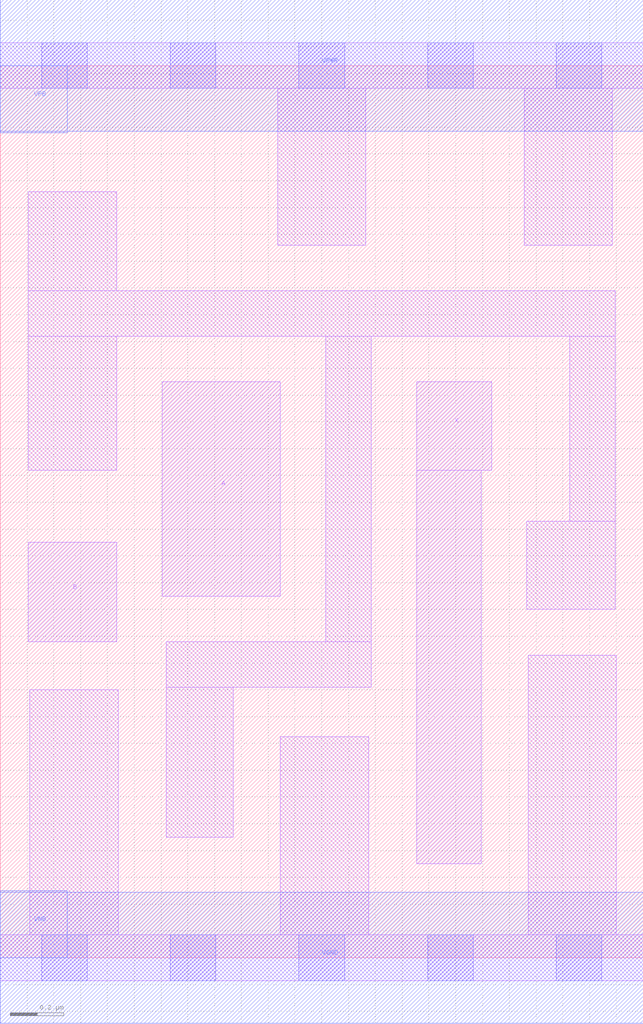
<source format=lef>
# Copyright 2020 The SkyWater PDK Authors
#
# Licensed under the Apache License, Version 2.0 (the "License");
# you may not use this file except in compliance with the License.
# You may obtain a copy of the License at
#
#     https://www.apache.org/licenses/LICENSE-2.0
#
# Unless required by applicable law or agreed to in writing, software
# distributed under the License is distributed on an "AS IS" BASIS,
# WITHOUT WARRANTIES OR CONDITIONS OF ANY KIND, either express or implied.
# See the License for the specific language governing permissions and
# limitations under the License.
#
# SPDX-License-Identifier: Apache-2.0

VERSION 5.5 ;
NAMESCASESENSITIVE ON ;
BUSBITCHARS "[]" ;
DIVIDERCHAR "/" ;
MACRO sky130_fd_sc_ms__or2_2
  CLASS CORE ;
  SOURCE USER ;
  ORIGIN  0.000000  0.000000 ;
  SIZE  2.400000 BY  3.330000 ;
  SYMMETRY X Y ;
  SITE unit ;
  PIN A
    ANTENNAGATEAREA  0.246000 ;
    DIRECTION INPUT ;
    USE SIGNAL ;
    PORT
      LAYER li1 ;
        RECT 0.605000 1.350000 1.045000 2.150000 ;
    END
  END A
  PIN B
    ANTENNAGATEAREA  0.246000 ;
    DIRECTION INPUT ;
    USE SIGNAL ;
    PORT
      LAYER li1 ;
        RECT 0.105000 1.180000 0.435000 1.550000 ;
    END
  END B
  PIN X
    ANTENNADIFFAREA  0.565600 ;
    DIRECTION OUTPUT ;
    USE SIGNAL ;
    PORT
      LAYER li1 ;
        RECT 1.555000 0.350000 1.795000 1.820000 ;
        RECT 1.555000 1.820000 1.835000 2.150000 ;
    END
  END X
  PIN VGND
    DIRECTION INOUT ;
    USE GROUND ;
    PORT
      LAYER met1 ;
        RECT 0.000000 -0.245000 2.400000 0.245000 ;
    END
  END VGND
  PIN VNB
    DIRECTION INOUT ;
    USE GROUND ;
    PORT
    END
  END VNB
  PIN VPB
    DIRECTION INOUT ;
    USE POWER ;
    PORT
    END
  END VPB
  PIN VNB
    DIRECTION INOUT ;
    USE GROUND ;
    PORT
      LAYER met1 ;
        RECT 0.000000 0.000000 0.250000 0.250000 ;
    END
  END VNB
  PIN VPB
    DIRECTION INOUT ;
    USE POWER ;
    PORT
      LAYER met1 ;
        RECT 0.000000 3.080000 0.250000 3.330000 ;
    END
  END VPB
  PIN VPWR
    DIRECTION INOUT ;
    USE POWER ;
    PORT
      LAYER met1 ;
        RECT 0.000000 3.085000 2.400000 3.575000 ;
    END
  END VPWR
  OBS
    LAYER li1 ;
      RECT 0.000000 -0.085000 2.400000 0.085000 ;
      RECT 0.000000  3.245000 2.400000 3.415000 ;
      RECT 0.105000  1.820000 0.435000 2.320000 ;
      RECT 0.105000  2.320000 2.295000 2.490000 ;
      RECT 0.105000  2.490000 0.435000 2.860000 ;
      RECT 0.110000  0.085000 0.440000 1.000000 ;
      RECT 0.620000  0.450000 0.870000 1.010000 ;
      RECT 0.620000  1.010000 1.385000 1.180000 ;
      RECT 1.035000  2.660000 1.365000 3.245000 ;
      RECT 1.045000  0.085000 1.375000 0.825000 ;
      RECT 1.215000  1.180000 1.385000 2.320000 ;
      RECT 1.955000  2.660000 2.285000 3.245000 ;
      RECT 1.965000  1.300000 2.295000 1.630000 ;
      RECT 1.970000  0.085000 2.300000 1.130000 ;
      RECT 2.125000  1.630000 2.295000 2.320000 ;
    LAYER mcon ;
      RECT 0.155000 -0.085000 0.325000 0.085000 ;
      RECT 0.155000  3.245000 0.325000 3.415000 ;
      RECT 0.635000 -0.085000 0.805000 0.085000 ;
      RECT 0.635000  3.245000 0.805000 3.415000 ;
      RECT 1.115000 -0.085000 1.285000 0.085000 ;
      RECT 1.115000  3.245000 1.285000 3.415000 ;
      RECT 1.595000 -0.085000 1.765000 0.085000 ;
      RECT 1.595000  3.245000 1.765000 3.415000 ;
      RECT 2.075000 -0.085000 2.245000 0.085000 ;
      RECT 2.075000  3.245000 2.245000 3.415000 ;
  END
END sky130_fd_sc_ms__or2_2
END LIBRARY

</source>
